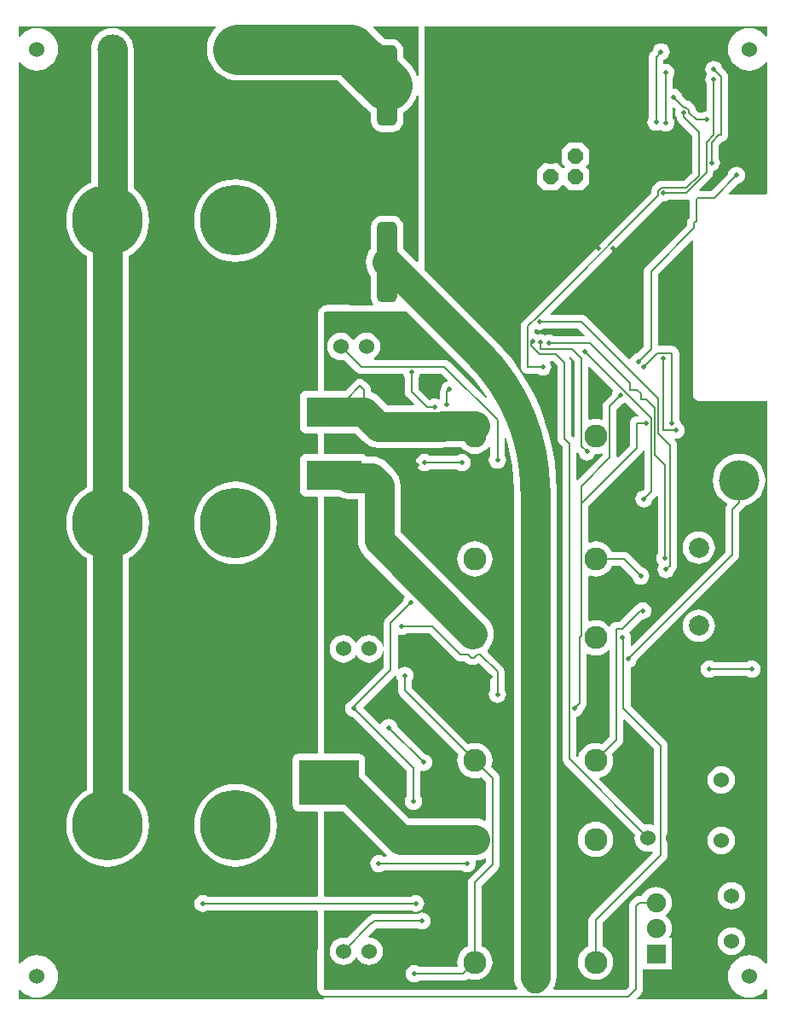
<source format=gbl>
G04 Layer_Physical_Order=2*
G04 Layer_Color=11436288*
%FSLAX24Y24*%
%MOIN*%
G70*
G01*
G75*
%ADD30C,0.1181*%
%ADD31C,0.0067*%
%ADD33R,0.2165X0.1181*%
%ADD35R,0.2362X0.1772*%
%ADD37C,0.0600*%
%ADD38C,0.2756*%
%ADD39C,0.0787*%
%ADD40C,0.1000*%
%ADD41C,0.0750*%
%ADD42R,0.0750X0.0750*%
G04:AMPARAMS|DCode=43|XSize=315mil|YSize=78.7mil|CornerRadius=19.7mil|HoleSize=0mil|Usage=FLASHONLY|Rotation=270.000|XOffset=0mil|YOffset=0mil|HoleType=Round|Shape=RoundedRectangle|*
%AMROUNDEDRECTD43*
21,1,0.3150,0.0394,0,0,270.0*
21,1,0.2756,0.0787,0,0,270.0*
1,1,0.0394,-0.0197,-0.1378*
1,1,0.0394,-0.0197,0.1378*
1,1,0.0394,0.0197,0.1378*
1,1,0.0394,0.0197,-0.1378*
%
%ADD43ROUNDEDRECTD43*%
%ADD44C,0.0900*%
%ADD45C,0.1575*%
%ADD46O,0.1181X0.1969*%
%ADD47P,0.0639X8X202.5*%
%ADD48C,0.1181*%
%ADD49C,0.0236*%
%ADD50C,0.0500*%
%ADD51C,0.0197*%
%ADD52C,0.1969*%
%ADD53R,0.1300X0.1300*%
G36*
X34356Y32948D02*
X34337Y32902D01*
X34280D01*
X34210Y32893D01*
X34144Y32866D01*
X34088Y32822D01*
X34044Y32766D01*
X34017Y32700D01*
X34008Y32630D01*
Y31773D01*
X33552Y31317D01*
X33502Y31337D01*
Y33177D01*
X33714Y33390D01*
X33747Y33394D01*
X33829Y33428D01*
X33856Y33448D01*
X34356Y32948D01*
D02*
G37*
G36*
X32010Y31466D02*
X32014Y31433D01*
X32048Y31351D01*
X32101Y31281D01*
X32171Y31228D01*
X32253Y31194D01*
X32340Y31182D01*
X32427Y31194D01*
X32509Y31228D01*
X32579Y31281D01*
X32632Y31351D01*
X32666Y31433D01*
X32667Y31437D01*
X32675Y31436D01*
X32809Y31449D01*
X32908Y31479D01*
X32951Y31450D01*
X32954Y31398D01*
X31972Y30417D01*
X31922Y30437D01*
Y31483D01*
X31972Y31503D01*
X32010Y31466D01*
D02*
G37*
G36*
X33388Y33916D02*
X33368Y33889D01*
X33334Y33807D01*
X33330Y33774D01*
X33038Y33482D01*
X32994Y33426D01*
X32967Y33360D01*
X32958Y33290D01*
Y32807D01*
X32908Y32772D01*
X32809Y32802D01*
X32675Y32815D01*
X32540Y32802D01*
X32442Y32772D01*
X32392Y32807D01*
Y34847D01*
X32438Y34866D01*
X33388Y33916D01*
D02*
G37*
G36*
X31848Y35067D02*
Y32097D01*
X31798Y32077D01*
X31722Y32153D01*
Y35000D01*
X31713Y35070D01*
X31686Y35136D01*
X31656Y35174D01*
X31671Y35223D01*
X31676Y35229D01*
X31685Y35231D01*
X31848Y35067D01*
D02*
G37*
G36*
X34958Y19917D02*
Y16971D01*
X34916Y16943D01*
X34876Y16959D01*
X34736Y16978D01*
X34598Y16960D01*
X32825Y18733D01*
X32839Y18789D01*
X32939Y18820D01*
X33058Y18883D01*
X33163Y18969D01*
X33248Y19074D01*
X33312Y19193D01*
X33351Y19322D01*
X33365Y19457D01*
X33351Y19591D01*
X33315Y19712D01*
X33686Y20084D01*
X33730Y20140D01*
X33757Y20206D01*
X33766Y20276D01*
Y21044D01*
X33812Y21063D01*
X34958Y19917D01*
D02*
G37*
G36*
X23594Y31924D02*
X23720Y31821D01*
X23863Y31744D01*
X24019Y31697D01*
X24181Y31681D01*
X26691D01*
X26768Y31689D01*
X27426D01*
X27467Y31638D01*
X27572Y31552D01*
X27691Y31489D01*
X27820Y31449D01*
X27955Y31436D01*
X28089Y31449D01*
X28219Y31489D01*
X28338Y31552D01*
X28443Y31638D01*
X28517Y31728D01*
X28567Y31710D01*
Y31396D01*
X28546Y31370D01*
X28513Y31288D01*
X28501Y31201D01*
X28513Y31113D01*
X28546Y31032D01*
X28600Y30962D01*
X28670Y30908D01*
X28751Y30875D01*
X28839Y30863D01*
X28926Y30875D01*
X29007Y30908D01*
X29077Y30962D01*
X29131Y31032D01*
X29165Y31113D01*
X29176Y31201D01*
X29165Y31288D01*
X29131Y31370D01*
X29111Y31396D01*
Y32059D01*
X29160Y32067D01*
X29214Y31904D01*
X29333Y31437D01*
X29419Y30963D01*
X29470Y30485D01*
X29487Y30028D01*
X29484Y30003D01*
Y26536D01*
Y18662D01*
Y10985D01*
X29500Y10822D01*
X29547Y10667D01*
X29605Y10559D01*
X29575Y10509D01*
X22081D01*
X22045Y10545D01*
X22045Y13606D01*
X25447D01*
X25473Y13586D01*
X25555Y13552D01*
X25642Y13540D01*
X25729Y13552D01*
X25811Y13586D01*
X25881Y13639D01*
X25934Y13709D01*
X25968Y13791D01*
X25980Y13878D01*
X25968Y13965D01*
X25934Y14047D01*
X25881Y14117D01*
X25811Y14170D01*
X25729Y14204D01*
X25642Y14215D01*
X25555Y14204D01*
X25473Y14170D01*
X25447Y14150D01*
X22081D01*
X22045Y14185D01*
X22046Y17476D01*
X22786D01*
X24472Y15790D01*
X24510Y15759D01*
X24493Y15712D01*
X24395D01*
X24369Y15732D01*
X24287Y15766D01*
X24200Y15778D01*
X24113Y15766D01*
X24031Y15732D01*
X23961Y15679D01*
X23908Y15609D01*
X23874Y15527D01*
X23862Y15440D01*
X23874Y15353D01*
X23908Y15271D01*
X23961Y15201D01*
X24031Y15148D01*
X24113Y15114D01*
X24200Y15102D01*
X24287Y15114D01*
X24369Y15148D01*
X24395Y15168D01*
X27465D01*
X27491Y15148D01*
X27573Y15114D01*
X27660Y15102D01*
X27747Y15114D01*
X27829Y15148D01*
X27899Y15201D01*
X27952Y15271D01*
X27986Y15353D01*
X27998Y15440D01*
X27990Y15500D01*
X28024Y15554D01*
X28117Y15563D01*
X28273Y15610D01*
X28335Y15643D01*
X28378Y15618D01*
Y15503D01*
X27758Y14882D01*
X27714Y14826D01*
X27687Y14760D01*
X27678Y14690D01*
Y12540D01*
X27683Y12502D01*
Y12215D01*
X27572Y12156D01*
X27467Y12070D01*
X27382Y11966D01*
X27318Y11847D01*
X27279Y11717D01*
X27265Y11583D01*
X27278Y11454D01*
X27273Y11435D01*
X27250Y11404D01*
X25776D01*
X25749Y11424D01*
X25668Y11458D01*
X25581Y11469D01*
X25493Y11458D01*
X25412Y11424D01*
X25342Y11371D01*
X25288Y11301D01*
X25255Y11219D01*
X25243Y11132D01*
X25255Y11045D01*
X25288Y10963D01*
X25342Y10893D01*
X25412Y10840D01*
X25493Y10806D01*
X25581Y10794D01*
X25668Y10806D01*
X25749Y10840D01*
X25776Y10860D01*
X27504D01*
X27575Y10869D01*
X27640Y10896D01*
X27697Y10940D01*
X27700Y10943D01*
X27820Y10906D01*
X27955Y10893D01*
X28089Y10906D01*
X28219Y10946D01*
X28338Y11009D01*
X28443Y11095D01*
X28528Y11200D01*
X28592Y11319D01*
X28631Y11448D01*
X28644Y11583D01*
X28631Y11717D01*
X28592Y11847D01*
X28528Y11966D01*
X28443Y12070D01*
X28338Y12156D01*
X28227Y12215D01*
Y12535D01*
X28222Y12573D01*
Y14577D01*
X28842Y15198D01*
X28842Y15198D01*
X28886Y15254D01*
X28913Y15320D01*
X28922Y15390D01*
Y18762D01*
X28913Y18832D01*
X28886Y18898D01*
X28842Y18954D01*
X28595Y19202D01*
X28631Y19322D01*
X28644Y19457D01*
X28631Y19591D01*
X28592Y19721D01*
X28528Y19840D01*
X28443Y19944D01*
X28338Y20030D01*
X28219Y20094D01*
X28089Y20133D01*
X27955Y20146D01*
X27820Y20133D01*
X27700Y20096D01*
X25492Y22304D01*
Y22585D01*
X25512Y22611D01*
X25546Y22693D01*
X25558Y22780D01*
X25546Y22867D01*
X25512Y22949D01*
X25459Y23019D01*
X25389Y23072D01*
X25307Y23106D01*
X25220Y23118D01*
X25133Y23106D01*
X25051Y23072D01*
X24992Y23027D01*
X24956Y23038D01*
X24942Y23049D01*
Y24362D01*
X24984Y24390D01*
X25011Y24379D01*
X25098Y24367D01*
X25186Y24379D01*
X25267Y24412D01*
X25294Y24433D01*
X26167D01*
X27181Y23419D01*
X27215Y23393D01*
X27237Y23376D01*
X27237D01*
X27237Y23376D01*
X27287Y23355D01*
X27302Y23349D01*
X27302D01*
X27302Y23349D01*
X27352Y23342D01*
X27373Y23339D01*
X27563D01*
X27630Y23272D01*
X27686Y23229D01*
X27752Y23202D01*
X27822Y23192D01*
X27905D01*
X27976Y23202D01*
X28041Y23229D01*
X28098Y23272D01*
X28106Y23281D01*
X28567Y22820D01*
Y22242D01*
X28546Y22216D01*
X28513Y22135D01*
X28501Y22047D01*
X28513Y21960D01*
X28546Y21878D01*
X28600Y21809D01*
X28670Y21755D01*
X28751Y21721D01*
X28839Y21710D01*
X28926Y21721D01*
X29007Y21755D01*
X29077Y21809D01*
X29131Y21878D01*
X29165Y21960D01*
X29176Y22047D01*
X29165Y22135D01*
X29131Y22216D01*
X29111Y22242D01*
Y22933D01*
X29101Y23003D01*
X29074Y23069D01*
X29031Y23125D01*
X28440Y23716D01*
X28443Y23764D01*
X28528Y23869D01*
X28592Y23988D01*
X28607Y24036D01*
X28631Y24082D01*
X28679Y24238D01*
X28695Y24400D01*
X28679Y24562D01*
X28631Y24718D01*
X28555Y24862D01*
X28451Y24987D01*
X25043Y28395D01*
Y30217D01*
X25027Y30379D01*
X24980Y30534D01*
X24903Y30678D01*
X24800Y30804D01*
X24505Y31099D01*
X24379Y31203D01*
X24235Y31279D01*
X24079Y31327D01*
X23917Y31343D01*
X23713D01*
X23694Y31371D01*
X23616Y31423D01*
X23524Y31442D01*
X22082D01*
X22047Y31477D01*
X22047Y32239D01*
X23279D01*
X23594Y31924D01*
D02*
G37*
G36*
X22714Y29744D02*
X22869Y29697D01*
X23031Y29681D01*
X23382D01*
Y28051D01*
X23385Y28019D01*
X23398Y27889D01*
X23445Y27733D01*
X23445Y27733D01*
X23522Y27590D01*
X23625Y27464D01*
X23625Y27464D01*
X25224Y25865D01*
X25178Y25806D01*
X25144Y25724D01*
X25140Y25691D01*
X24478Y25029D01*
X24434Y24973D01*
X24407Y24907D01*
X24398Y24837D01*
Y23911D01*
X24348Y23908D01*
X24341Y23959D01*
X24287Y24089D01*
X24201Y24201D01*
X24089Y24287D01*
X23959Y24341D01*
X23819Y24360D01*
X23679Y24341D01*
X23548Y24287D01*
X23436Y24201D01*
X23351Y24089D01*
X23344Y24073D01*
X23294D01*
X23287Y24089D01*
X23201Y24201D01*
X23089Y24287D01*
X22959Y24341D01*
X22819Y24360D01*
X22679Y24341D01*
X22548Y24287D01*
X22436Y24201D01*
X22351Y24089D01*
X22296Y23959D01*
X22278Y23819D01*
X22296Y23679D01*
X22351Y23548D01*
X22436Y23436D01*
X22548Y23351D01*
X22679Y23296D01*
X22819Y23278D01*
X22959Y23296D01*
X23089Y23351D01*
X23201Y23436D01*
X23287Y23548D01*
X23294Y23564D01*
X23344D01*
X23351Y23548D01*
X23436Y23436D01*
X23548Y23351D01*
X23679Y23296D01*
X23819Y23278D01*
X23959Y23296D01*
X24089Y23351D01*
X24201Y23436D01*
X24287Y23548D01*
X24341Y23679D01*
X24348Y23730D01*
X24398Y23726D01*
Y23113D01*
X23072Y21787D01*
X23061Y21782D01*
X22991Y21729D01*
X22938Y21659D01*
X22904Y21577D01*
X22892Y21490D01*
X22904Y21403D01*
X22938Y21321D01*
X22991Y21251D01*
X23061Y21198D01*
X23143Y21164D01*
X23176Y21160D01*
X25280Y19055D01*
Y18063D01*
X25260Y18037D01*
X25226Y17955D01*
X25214Y17868D01*
X25226Y17781D01*
X25260Y17699D01*
X25313Y17629D01*
X25383Y17576D01*
X25465Y17542D01*
X25552Y17531D01*
X25639Y17542D01*
X25721Y17576D01*
X25791Y17629D01*
X25844Y17699D01*
X25878Y17781D01*
X25889Y17868D01*
X25878Y17955D01*
X25844Y18037D01*
X25824Y18063D01*
Y19029D01*
X25874Y19059D01*
X25950Y19049D01*
X26037Y19060D01*
X26119Y19094D01*
X26189Y19148D01*
X26242Y19218D01*
X26276Y19299D01*
X26288Y19386D01*
X26276Y19474D01*
X26242Y19555D01*
X26189Y19625D01*
X26119Y19679D01*
X26037Y19713D01*
X26004Y19717D01*
X24917Y20804D01*
X24913Y20837D01*
X24879Y20919D01*
X24825Y20989D01*
X24755Y21042D01*
X24674Y21076D01*
X24586Y21088D01*
X24499Y21076D01*
X24418Y21042D01*
X24348Y20989D01*
X24294Y20919D01*
X24280Y20884D01*
X24231Y20874D01*
X23580Y21525D01*
X24835Y22780D01*
X24885Y22760D01*
X24894Y22693D01*
X24928Y22611D01*
X24948Y22585D01*
Y22192D01*
X24957Y22121D01*
X24984Y22056D01*
X25028Y21999D01*
X27315Y19712D01*
X27279Y19591D01*
X27265Y19457D01*
X27279Y19322D01*
X27318Y19193D01*
X27382Y19074D01*
X27467Y18969D01*
X27572Y18883D01*
X27691Y18820D01*
X27820Y18780D01*
X27955Y18767D01*
X28089Y18780D01*
X28210Y18817D01*
X28378Y18649D01*
Y17138D01*
X28335Y17112D01*
X28273Y17145D01*
X28117Y17192D01*
X27955Y17208D01*
X25403D01*
X23666Y18946D01*
Y19488D01*
X23648Y19580D01*
X23595Y19658D01*
X23517Y19711D01*
X23425Y19729D01*
X22081D01*
X22046Y19764D01*
X22047Y29779D01*
X22649D01*
X22714Y29744D01*
D02*
G37*
G36*
X33222Y23763D02*
Y20389D01*
X32930Y20096D01*
X32809Y20133D01*
X32675Y20146D01*
X32540Y20133D01*
X32411Y20094D01*
X32292Y20030D01*
X32187Y19944D01*
X32102Y19840D01*
X32038Y19721D01*
X32008Y19621D01*
X31961Y19609D01*
X31922Y19643D01*
Y21162D01*
X31937Y21164D01*
X32019Y21198D01*
X32089Y21251D01*
X32142Y21321D01*
X32176Y21403D01*
X32180Y21436D01*
X32252Y21508D01*
X32296Y21564D01*
X32323Y21630D01*
X32332Y21700D01*
Y23608D01*
X32375Y23634D01*
X32411Y23615D01*
X32540Y23575D01*
X32675Y23562D01*
X32809Y23575D01*
X32939Y23615D01*
X33058Y23678D01*
X33163Y23764D01*
X33175Y23779D01*
X33222Y23763D01*
D02*
G37*
G36*
X26899Y34330D02*
X26883Y34283D01*
X26881Y34283D01*
X26800Y34249D01*
X26730Y34195D01*
X26676Y34125D01*
X26642Y34044D01*
X26636Y33996D01*
X26635Y33994D01*
X26635Y33994D01*
X26635Y33994D01*
X26621Y33961D01*
X26607Y33929D01*
X26607Y33929D01*
X26607Y33929D01*
X26602Y33891D01*
X26598Y33858D01*
Y33584D01*
X26549Y33558D01*
X26547Y33560D01*
X26465Y33594D01*
X26378Y33605D01*
X26291Y33594D01*
X26209Y33560D01*
X26190Y33545D01*
X25764Y33971D01*
Y34450D01*
X25784Y34477D01*
X25818Y34558D01*
X25820Y34572D01*
X26657D01*
X26899Y34330D01*
D02*
G37*
G36*
X17824Y48097D02*
X17710Y47964D01*
X17610Y47800D01*
X17536Y47622D01*
X17492Y47436D01*
X17477Y47244D01*
X17492Y47053D01*
X17536Y46866D01*
X17610Y46688D01*
X17710Y46525D01*
X17835Y46378D01*
X17981Y46254D01*
X18145Y46153D01*
X18322Y46080D01*
X18509Y46035D01*
X18701Y46020D01*
X22594D01*
X23662Y44952D01*
X23808Y44828D01*
X23894Y44775D01*
Y44440D01*
X23909Y44327D01*
X23952Y44222D01*
X24022Y44131D01*
X24112Y44062D01*
X24218Y44018D01*
X24331Y44003D01*
X24724D01*
X24837Y44018D01*
X24943Y44062D01*
X25033Y44131D01*
X25103Y44222D01*
X25146Y44327D01*
X25161Y44440D01*
Y44775D01*
X25247Y44828D01*
X25393Y44952D01*
X25518Y45099D01*
X25618Y45262D01*
X25692Y45440D01*
X25693Y45446D01*
X25743Y45440D01*
Y38953D01*
X25697Y38934D01*
X25161Y39470D01*
Y40306D01*
X25146Y40419D01*
X25103Y40525D01*
X25033Y40615D01*
X24943Y40685D01*
X24837Y40728D01*
X24724Y40743D01*
X24331D01*
X24218Y40728D01*
X24112Y40685D01*
X24022Y40615D01*
X23952Y40525D01*
X23909Y40419D01*
X23894Y40306D01*
Y39459D01*
X23837Y39390D01*
X23760Y39246D01*
X23713Y39090D01*
X23697Y38928D01*
X23713Y38766D01*
X23760Y38610D01*
X23837Y38467D01*
X23894Y38397D01*
Y37550D01*
X23909Y37437D01*
X23952Y37332D01*
X23981Y37295D01*
X23959Y37250D01*
X22146Y37251D01*
X22122Y37246D01*
X22099D01*
X22060Y37239D01*
X21973Y37203D01*
X21973Y37203D01*
X21941Y37181D01*
X21874Y37114D01*
X21874Y37114D01*
X21857Y37089D01*
X21841Y37049D01*
X21823Y37009D01*
X21812Y36964D01*
X21812Y36936D01*
X21806Y36909D01*
X21806Y33938D01*
X21774Y33902D01*
X21358D01*
X21266Y33884D01*
X21188Y33832D01*
X21136Y33754D01*
X21117Y33661D01*
Y32480D01*
X21136Y32388D01*
X21188Y32310D01*
X21266Y32258D01*
X21358Y32239D01*
X21771D01*
X21806Y32204D01*
X21806Y31477D01*
X21774Y31442D01*
X21358D01*
X21266Y31423D01*
X21188Y31371D01*
X21136Y31293D01*
X21117Y31201D01*
Y30020D01*
X21136Y29928D01*
X21188Y29849D01*
X21266Y29797D01*
X21358Y29779D01*
X21770D01*
X21806Y29743D01*
X21805Y19764D01*
X21773Y19729D01*
X21063D01*
X20971Y19711D01*
X20893Y19658D01*
X20840Y19580D01*
X20822Y19488D01*
Y17717D01*
X20840Y17624D01*
X20893Y17546D01*
X20971Y17494D01*
X21063Y17476D01*
X21769D01*
X21805Y17440D01*
X21805Y14185D01*
X21773Y14150D01*
X17518D01*
X17492Y14170D01*
X17410Y14204D01*
X17323Y14215D01*
X17235Y14204D01*
X17154Y14170D01*
X17084Y14117D01*
X17031Y14047D01*
X16997Y13965D01*
X16985Y13878D01*
X16997Y13791D01*
X17031Y13709D01*
X17084Y13639D01*
X17154Y13586D01*
X17235Y13552D01*
X17323Y13540D01*
X17410Y13552D01*
X17492Y13586D01*
X17518Y13606D01*
X21769D01*
X21805Y13571D01*
X21804Y10545D01*
X21804Y10545D01*
X21804Y10545D01*
X21813Y10501D01*
X21823Y10452D01*
X21823Y10452D01*
X21823Y10452D01*
X21847Y10416D01*
X21875Y10374D01*
X21875Y10374D01*
X21875Y10374D01*
X21910Y10339D01*
X21910Y10339D01*
X21910Y10339D01*
X21946Y10315D01*
X21988Y10287D01*
X21988Y10287D01*
X21988Y10287D01*
X22022Y10280D01*
X22047Y10275D01*
Y10120D01*
X10120D01*
Y10502D01*
X10170Y10520D01*
X10239Y10436D01*
X10365Y10333D01*
X10509Y10256D01*
X10665Y10209D01*
X10827Y10193D01*
X10989Y10209D01*
X11145Y10256D01*
X11288Y10333D01*
X11414Y10436D01*
X11518Y10562D01*
X11594Y10706D01*
X11642Y10862D01*
X11658Y11024D01*
X11642Y11186D01*
X11594Y11342D01*
X11518Y11485D01*
X11414Y11611D01*
X11288Y11714D01*
X11145Y11791D01*
X10989Y11838D01*
X10827Y11854D01*
X10665Y11838D01*
X10509Y11791D01*
X10365Y11714D01*
X10239Y11611D01*
X10170Y11527D01*
X10120Y11545D01*
Y46723D01*
X10170Y46741D01*
X10239Y46657D01*
X10365Y46553D01*
X10509Y46477D01*
X10665Y46429D01*
X10827Y46413D01*
X10989Y46429D01*
X11145Y46477D01*
X11288Y46553D01*
X11414Y46657D01*
X11518Y46783D01*
X11594Y46926D01*
X11642Y47082D01*
X11658Y47244D01*
X11642Y47406D01*
X11594Y47562D01*
X11518Y47706D01*
X11414Y47832D01*
X11288Y47935D01*
X11145Y48012D01*
X10989Y48059D01*
X10827Y48075D01*
X10665Y48059D01*
X10509Y48012D01*
X10365Y47935D01*
X10239Y47832D01*
X10170Y47748D01*
X10120Y47766D01*
Y48147D01*
X17807D01*
X17824Y48097D01*
D02*
G37*
G36*
X36340Y41337D02*
Y40662D01*
X36323Y40645D01*
X36280Y40589D01*
X36253Y40523D01*
X36244Y40453D01*
Y40369D01*
X34650Y38775D01*
X34607Y38719D01*
X34580Y38653D01*
X34571Y38583D01*
Y35644D01*
X34296Y35370D01*
X34263Y35365D01*
X34182Y35332D01*
X34112Y35278D01*
X34058Y35208D01*
X34033Y35148D01*
X33978Y35133D01*
X32309Y36802D01*
X32252Y36846D01*
X32187Y36873D01*
X32116Y36882D01*
X30934D01*
X30915Y36928D01*
X35289Y41302D01*
X35335Y41296D01*
X35422Y41308D01*
X35503Y41342D01*
X35530Y41362D01*
X36220D01*
X36290Y41371D01*
X36291Y41371D01*
X36340Y41337D01*
D02*
G37*
G36*
X25743Y46197D02*
X25693Y46191D01*
X25692Y46196D01*
X25618Y46374D01*
X25518Y46538D01*
X25393Y46684D01*
X25161Y46916D01*
Y47196D01*
X25146Y47309D01*
X25103Y47414D01*
X25033Y47505D01*
X24943Y47574D01*
X24837Y47618D01*
X24724Y47633D01*
X24444D01*
X23980Y48097D01*
X23998Y48147D01*
X25743D01*
Y46197D01*
D02*
G37*
G36*
X25273Y37008D02*
X27509Y34772D01*
X27528Y34757D01*
X27839Y34422D01*
X28142Y34047D01*
X28412Y33658D01*
X28373Y33626D01*
X26962Y35037D01*
X26945Y35050D01*
X26906Y35080D01*
X26906Y35080D01*
X26840Y35107D01*
X26780Y35115D01*
X26770Y35116D01*
X25410D01*
X25395Y35115D01*
X24032D01*
X24024Y35125D01*
X24033Y35194D01*
X24103Y35247D01*
X24189Y35359D01*
X24243Y35490D01*
X24261Y35630D01*
X24243Y35770D01*
X24189Y35900D01*
X24103Y36012D01*
X23991Y36098D01*
X23860Y36152D01*
X23720Y36171D01*
X23581Y36152D01*
X23450Y36098D01*
X23338Y36012D01*
X23252Y35900D01*
X23245Y35884D01*
X23195D01*
X23189Y35900D01*
X23103Y36012D01*
X22991Y36098D01*
X22860Y36152D01*
X22720Y36171D01*
X22580Y36152D01*
X22450Y36098D01*
X22338Y36012D01*
X22252Y35900D01*
X22198Y35770D01*
X22180Y35630D01*
X22198Y35490D01*
X22252Y35359D01*
X22338Y35247D01*
X22450Y35162D01*
X22580Y35108D01*
X22720Y35089D01*
X22858Y35107D01*
X23316Y34650D01*
X23372Y34607D01*
X23437Y34580D01*
X23508Y34571D01*
X25164D01*
X25166Y34558D01*
X25200Y34477D01*
X25220Y34450D01*
Y33858D01*
Y33858D01*
Y33858D01*
X25225Y33822D01*
X25229Y33788D01*
X25229Y33788D01*
Y33788D01*
X25236Y33772D01*
X25257Y33722D01*
X25257Y33722D01*
Y33722D01*
X25270Y33705D01*
X25300Y33666D01*
X25300Y33666D01*
X25300Y33666D01*
X25577Y33389D01*
X25558Y33343D01*
X24525D01*
X24209Y33658D01*
X24084Y33762D01*
X23940Y33838D01*
X23894Y33852D01*
Y33928D01*
X23885Y33998D01*
X23858Y34064D01*
X23814Y34120D01*
X23652Y34282D01*
X23596Y34326D01*
X23530Y34353D01*
X23460Y34362D01*
X23390Y34353D01*
X23324Y34326D01*
X23268Y34282D01*
X22888Y33902D01*
X22082D01*
X22047Y33938D01*
X22047Y36909D01*
X22047Y36909D01*
X22047D01*
X22058Y36955D01*
X22075Y36981D01*
X22107Y37002D01*
X22146Y37010D01*
X25273Y37008D01*
D02*
G37*
G36*
X32264Y36078D02*
X32244Y36032D01*
X31035D01*
X31009Y36052D01*
X30927Y36086D01*
X30840Y36098D01*
X30753Y36086D01*
X30714Y36070D01*
X30699Y36082D01*
X30617Y36116D01*
X30530Y36128D01*
X30443Y36116D01*
X30405Y36100D01*
X30389Y36112D01*
X30307Y36146D01*
X30290Y36148D01*
Y36279D01*
X30297Y36288D01*
X30338Y36311D01*
X30403Y36284D01*
X30490Y36272D01*
X30577Y36284D01*
X30659Y36318D01*
X30685Y36338D01*
X32004D01*
X32264Y36078D01*
D02*
G37*
G36*
X39387Y47766D02*
X39337Y47748D01*
X39269Y47832D01*
X39143Y47935D01*
X38999Y48012D01*
X38843Y48059D01*
X38681Y48075D01*
X38519Y48059D01*
X38363Y48012D01*
X38220Y47935D01*
X38094Y47832D01*
X37990Y47706D01*
X37914Y47562D01*
X37866Y47406D01*
X37850Y47244D01*
X37866Y47082D01*
X37914Y46926D01*
X37990Y46783D01*
X38094Y46657D01*
X38220Y46553D01*
X38363Y46477D01*
X38519Y46429D01*
X38681Y46413D01*
X38843Y46429D01*
X38999Y46477D01*
X39143Y46553D01*
X39269Y46657D01*
X39337Y46741D01*
X39387Y46723D01*
Y41601D01*
X39337Y41566D01*
X39272Y41579D01*
X37896D01*
X37876Y41626D01*
X38243Y41992D01*
X38276Y41997D01*
X38358Y42031D01*
X38428Y42084D01*
X38481Y42154D01*
X38515Y42235D01*
X38527Y42323D01*
X38515Y42410D01*
X38481Y42492D01*
X38428Y42562D01*
X38358Y42615D01*
X38276Y42649D01*
X38189Y42660D01*
X38102Y42649D01*
X38020Y42615D01*
X37950Y42562D01*
X37897Y42492D01*
X37863Y42410D01*
X37859Y42377D01*
X37192Y41711D01*
X36748D01*
X36728Y41757D01*
X37198Y42227D01*
X37241Y42283D01*
X37269Y42349D01*
X37278Y42419D01*
X37278Y42419D01*
Y42487D01*
X37292Y42489D01*
X37373Y42523D01*
X37443Y42576D01*
X37497Y42646D01*
X37531Y42728D01*
X37542Y42815D01*
X37531Y42902D01*
X37497Y42984D01*
X37477Y43010D01*
Y43490D01*
X37615Y43628D01*
X37669Y43635D01*
X37734Y43662D01*
X37791Y43705D01*
X37834Y43762D01*
X37861Y43827D01*
X37870Y43898D01*
Y46161D01*
X37865Y46203D01*
X37861Y46232D01*
X37861Y46232D01*
X37861Y46232D01*
X37846Y46270D01*
X37834Y46297D01*
X37834Y46297D01*
X37834Y46297D01*
X37801Y46340D01*
X37791Y46354D01*
X37791Y46354D01*
X37791Y46354D01*
X37791Y46354D01*
X37634Y46511D01*
X37629Y46544D01*
X37595Y46625D01*
X37542Y46695D01*
X37472Y46749D01*
X37391Y46783D01*
X37303Y46794D01*
X37216Y46783D01*
X37134Y46749D01*
X37064Y46695D01*
X37011Y46625D01*
X36977Y46544D01*
X36966Y46457D01*
X36977Y46369D01*
X37011Y46288D01*
X37032Y46260D01*
X37011Y46232D01*
X36977Y46150D01*
X36966Y46063D01*
X36977Y45976D01*
X37011Y45894D01*
X37031Y45868D01*
Y44846D01*
X37008Y44826D01*
X36921Y44814D01*
X36839Y44780D01*
X36813Y44760D01*
X36727D01*
X36588Y44899D01*
X36584Y44936D01*
X36556Y45002D01*
X36513Y45058D01*
X36397Y45175D01*
X36340Y45218D01*
X36275Y45245D01*
X36237Y45250D01*
X36059Y45428D01*
X36054Y45461D01*
X36021Y45543D01*
X35967Y45613D01*
X35897Y45666D01*
X35816Y45700D01*
X35728Y45712D01*
X35727Y45711D01*
X35689Y45744D01*
Y46147D01*
X35710Y46174D01*
X35743Y46255D01*
X35755Y46342D01*
X35743Y46430D01*
X35710Y46511D01*
X35656Y46581D01*
X35586Y46635D01*
X35505Y46668D01*
X35417Y46680D01*
X35361Y46673D01*
X35311Y46711D01*
Y46818D01*
X35324Y46820D01*
X35405Y46853D01*
X35475Y46907D01*
X35529Y46977D01*
X35562Y47058D01*
X35574Y47146D01*
X35562Y47233D01*
X35529Y47314D01*
X35475Y47384D01*
X35405Y47438D01*
X35324Y47472D01*
X35236Y47483D01*
X35149Y47472D01*
X35067Y47438D01*
X34998Y47384D01*
X34944Y47314D01*
X34910Y47233D01*
X34906Y47200D01*
X34847Y47141D01*
X34804Y47085D01*
X34777Y47019D01*
X34767Y46949D01*
Y44585D01*
X34747Y44559D01*
X34713Y44477D01*
X34702Y44390D01*
X34713Y44302D01*
X34747Y44221D01*
X34801Y44151D01*
X34871Y44097D01*
X34952Y44064D01*
X35039Y44052D01*
X35127Y44064D01*
X35208Y44097D01*
X35218Y44105D01*
X35248Y44082D01*
X35330Y44048D01*
X35417Y44036D01*
X35505Y44048D01*
X35586Y44082D01*
X35656Y44135D01*
X35710Y44205D01*
X35743Y44287D01*
X35755Y44374D01*
X35743Y44461D01*
X35710Y44543D01*
X35689Y44569D01*
Y44963D01*
X35735Y44982D01*
X35811Y44907D01*
X35796Y44871D01*
X35784Y44783D01*
X35796Y44696D01*
X35830Y44615D01*
X35850Y44588D01*
Y44587D01*
X35859Y44516D01*
X35886Y44451D01*
X35930Y44394D01*
X36441Y43883D01*
Y42428D01*
X36117Y42105D01*
X35252D01*
X35182Y42095D01*
X35116Y42068D01*
X35060Y42025D01*
X34943Y41909D01*
X34900Y41852D01*
X34873Y41787D01*
X34864Y41716D01*
Y41646D01*
X30230Y37013D01*
X30215Y37001D01*
X29825Y36611D01*
X29782Y36555D01*
X29755Y36489D01*
X29746Y36419D01*
Y34844D01*
X29755Y34774D01*
X29782Y34708D01*
X29825Y34652D01*
X29827Y34650D01*
X29884Y34607D01*
X29911Y34596D01*
X29949Y34580D01*
X30020Y34571D01*
X30415D01*
X30441Y34550D01*
X30523Y34516D01*
X30610Y34505D01*
X30698Y34516D01*
X30779Y34550D01*
X30849Y34604D01*
X30903Y34674D01*
X30936Y34755D01*
X30948Y34843D01*
X30936Y34930D01*
X30903Y35011D01*
X30901Y35013D01*
X30923Y35058D01*
X31007D01*
X31178Y34887D01*
Y32040D01*
X31187Y31970D01*
X31214Y31904D01*
X31258Y31848D01*
X31378Y31727D01*
Y19523D01*
X31387Y19453D01*
X31414Y19387D01*
X31458Y19331D01*
X34214Y16575D01*
X34195Y16437D01*
X34214Y16297D01*
X34268Y16167D01*
X34354Y16055D01*
X34466Y15969D01*
X34596Y15915D01*
X34736Y15896D01*
X34873Y15914D01*
X34877Y15914D01*
X34927Y15881D01*
X34928Y15863D01*
X32483Y13417D01*
X32439Y13361D01*
X32412Y13295D01*
X32403Y13225D01*
Y12215D01*
X32292Y12156D01*
X32187Y12070D01*
X32102Y11966D01*
X32038Y11847D01*
X31999Y11717D01*
X31985Y11583D01*
X31999Y11448D01*
X32038Y11319D01*
X32102Y11200D01*
X32187Y11095D01*
X32292Y11009D01*
X32411Y10946D01*
X32540Y10906D01*
X32675Y10893D01*
X32809Y10906D01*
X32939Y10946D01*
X33058Y11009D01*
X33163Y11095D01*
X33248Y11200D01*
X33312Y11319D01*
X33351Y11448D01*
X33365Y11583D01*
X33351Y11717D01*
X33312Y11847D01*
X33248Y11966D01*
X33163Y12070D01*
X33058Y12156D01*
X32947Y12215D01*
Y13112D01*
X35422Y15588D01*
X35466Y15644D01*
X35493Y15710D01*
X35502Y15780D01*
Y20030D01*
X35493Y20100D01*
X35466Y20166D01*
X35422Y20222D01*
X34042Y21603D01*
Y23112D01*
X34057Y23114D01*
X34139Y23148D01*
X34209Y23201D01*
X34262Y23271D01*
X34296Y23353D01*
X34300Y23386D01*
X38222Y27308D01*
X38266Y27364D01*
X38293Y27430D01*
X38302Y27500D01*
Y29167D01*
X38480Y29345D01*
X38523Y29401D01*
X38529Y29417D01*
X38681Y29463D01*
X38859Y29558D01*
X39015Y29686D01*
X39143Y29842D01*
X39238Y30020D01*
X39296Y30213D01*
X39316Y30413D01*
X39296Y30614D01*
X39238Y30807D01*
X39143Y30985D01*
X39015Y31141D01*
X38859Y31269D01*
X38681Y31364D01*
X38488Y31422D01*
X38287Y31442D01*
X38087Y31422D01*
X37894Y31364D01*
X37716Y31269D01*
X37560Y31141D01*
X37432Y30985D01*
X37337Y30807D01*
X37279Y30614D01*
X37259Y30413D01*
X37279Y30213D01*
X37337Y30020D01*
X37432Y29842D01*
X37560Y29686D01*
X37716Y29558D01*
X37808Y29509D01*
X37818Y29447D01*
X37794Y29416D01*
X37767Y29350D01*
X37758Y29280D01*
Y27613D01*
X34088Y23943D01*
X34042Y23962D01*
Y24163D01*
X34046Y24173D01*
X34058Y24260D01*
X34046Y24347D01*
X34012Y24429D01*
X33974Y24479D01*
X34473Y24979D01*
X34520Y24972D01*
X34607Y24984D01*
X34689Y25018D01*
X34759Y25071D01*
X34812Y25141D01*
X34846Y25223D01*
X34858Y25310D01*
X34846Y25397D01*
X34812Y25479D01*
X34759Y25549D01*
X34689Y25602D01*
X34607Y25636D01*
X34520Y25648D01*
X34433Y25636D01*
X34351Y25602D01*
X34281Y25549D01*
X34272Y25536D01*
X34228Y25502D01*
X33598Y24873D01*
X33494D01*
X33424Y24864D01*
X33358Y24836D01*
X33302Y24793D01*
X33259Y24737D01*
X33249Y24713D01*
X33191Y24705D01*
X33163Y24739D01*
X33058Y24825D01*
X32939Y24889D01*
X32809Y24928D01*
X32675Y24941D01*
X32540Y24928D01*
X32442Y24898D01*
X32392Y24933D01*
Y26650D01*
X32442Y26684D01*
X32540Y26654D01*
X32675Y26641D01*
X32809Y26654D01*
X32939Y26694D01*
X33058Y26757D01*
X33163Y26843D01*
X33248Y26948D01*
X33308Y27059D01*
X33667D01*
X34110Y26616D01*
X34114Y26583D01*
X34148Y26501D01*
X34201Y26431D01*
X34271Y26378D01*
X34353Y26344D01*
X34440Y26332D01*
X34527Y26344D01*
X34609Y26378D01*
X34679Y26431D01*
X34732Y26501D01*
X34766Y26583D01*
X34778Y26670D01*
X34766Y26757D01*
X34732Y26839D01*
X34679Y26909D01*
X34609Y26962D01*
X34527Y26996D01*
X34494Y27000D01*
X33972Y27523D01*
X33915Y27566D01*
X33850Y27593D01*
X33779Y27603D01*
X33308D01*
X33248Y27714D01*
X33163Y27818D01*
X33058Y27904D01*
X32939Y27968D01*
X32809Y28007D01*
X32675Y28020D01*
X32540Y28007D01*
X32442Y27977D01*
X32392Y28012D01*
Y29387D01*
X34472Y31468D01*
X34516Y31524D01*
X34537Y31575D01*
X34587Y31565D01*
Y30081D01*
X34516Y30010D01*
X34483Y30006D01*
X34401Y29972D01*
X34331Y29919D01*
X34278Y29849D01*
X34244Y29767D01*
X34232Y29680D01*
X34244Y29593D01*
X34278Y29511D01*
X34331Y29441D01*
X34401Y29388D01*
X34483Y29354D01*
X34570Y29342D01*
X34657Y29354D01*
X34739Y29388D01*
X34809Y29441D01*
X34862Y29511D01*
X34896Y29593D01*
X34900Y29626D01*
X35051Y29776D01*
X35068Y29798D01*
X35118Y29781D01*
Y27557D01*
X35098Y27531D01*
X35064Y27450D01*
X35052Y27362D01*
X35064Y27275D01*
X35098Y27193D01*
X35151Y27124D01*
X35161Y27116D01*
X35141Y27089D01*
X35107Y27007D01*
X35096Y26920D01*
X35107Y26833D01*
X35141Y26751D01*
X35194Y26681D01*
X35264Y26628D01*
X35346Y26594D01*
X35433Y26582D01*
X35520Y26594D01*
X35602Y26628D01*
X35672Y26681D01*
X35725Y26751D01*
X35759Y26833D01*
X35763Y26866D01*
X35782Y26885D01*
X35826Y26941D01*
X35853Y27007D01*
X35862Y27077D01*
Y31770D01*
X35853Y31840D01*
X35826Y31906D01*
X35782Y31962D01*
X35766Y31978D01*
X35790Y32026D01*
X35814Y32022D01*
X35902Y32034D01*
X35983Y32068D01*
X36053Y32121D01*
X36106Y32191D01*
X36140Y32273D01*
X36152Y32360D01*
X36140Y32447D01*
X36106Y32529D01*
X36053Y32599D01*
X36006Y32635D01*
X35996Y32707D01*
X35962Y32789D01*
X35942Y32815D01*
Y35380D01*
X35933Y35450D01*
X35906Y35516D01*
X35862Y35572D01*
X35806Y35616D01*
X35740Y35643D01*
X35670Y35652D01*
X35115D01*
Y38470D01*
X36426Y39781D01*
X36472Y39762D01*
Y33760D01*
X36490Y33668D01*
X36542Y33590D01*
X36620Y33537D01*
X36664Y33529D01*
Y33514D01*
X39387D01*
Y11545D01*
X39337Y11527D01*
X39269Y11611D01*
X39143Y11714D01*
X38999Y11791D01*
X38843Y11838D01*
X38681Y11854D01*
X38519Y11838D01*
X38363Y11791D01*
X38220Y11714D01*
X38094Y11611D01*
X37990Y11485D01*
X37914Y11342D01*
X37866Y11186D01*
X37850Y11024D01*
X37866Y10862D01*
X37914Y10706D01*
X37990Y10562D01*
X38094Y10436D01*
X38220Y10333D01*
X38363Y10256D01*
X38519Y10209D01*
X38681Y10193D01*
X38843Y10209D01*
X38999Y10256D01*
X39143Y10333D01*
X39269Y10436D01*
X39337Y10520D01*
X39387Y10502D01*
Y10120D01*
X34291D01*
X34272Y10167D01*
X34444Y10339D01*
X34464Y10365D01*
X34488Y10395D01*
X34488Y10395D01*
X34488Y10395D01*
X34502Y10430D01*
X34515Y10461D01*
X34515Y10461D01*
X34515Y10461D01*
X34520Y10502D01*
X34524Y10532D01*
Y11298D01*
X35651D01*
Y12521D01*
X35569D01*
X35559Y12543D01*
X35551Y12571D01*
X35607Y12674D01*
X35642Y12790D01*
X35654Y12909D01*
X35642Y13029D01*
X35607Y13144D01*
X35550Y13251D01*
X35474Y13344D01*
X35424Y13384D01*
Y13434D01*
X35474Y13475D01*
X35550Y13568D01*
X35607Y13674D01*
X35642Y13790D01*
X35654Y13909D01*
X35642Y14029D01*
X35607Y14144D01*
X35550Y14251D01*
X35474Y14344D01*
X35381Y14420D01*
X35274Y14477D01*
X35159Y14512D01*
X35039Y14524D01*
X34920Y14512D01*
X34804Y14477D01*
X34698Y14420D01*
X34605Y14344D01*
X34529Y14251D01*
X34492Y14181D01*
X34382D01*
X34382Y14181D01*
X34320Y14173D01*
X34311Y14172D01*
X34284Y14161D01*
X34246Y14145D01*
X34190Y14102D01*
X34060Y13972D01*
X34016Y13916D01*
X33989Y13850D01*
X33980Y13780D01*
Y10644D01*
X33845Y10509D01*
X31055D01*
X31025Y10559D01*
X31082Y10667D01*
X31130Y10822D01*
X31146Y10985D01*
Y18662D01*
Y26536D01*
Y30003D01*
X31146Y30003D01*
X31146D01*
X31128Y30553D01*
X31074Y31100D01*
X30985Y31643D01*
X30860Y32179D01*
X30700Y32705D01*
X30506Y33220D01*
X30279Y33721D01*
X30020Y34206D01*
X29729Y34674D01*
X29409Y35121D01*
X29060Y35546D01*
X28684Y35947D01*
X28684Y35947D01*
X25984Y38647D01*
Y48147D01*
X39387D01*
Y47766D01*
D02*
G37*
%LPC*%
G36*
X37591Y16879D02*
X37451Y16861D01*
X37320Y16807D01*
X37208Y16721D01*
X37122Y16609D01*
X37068Y16479D01*
X37050Y16339D01*
X37068Y16199D01*
X37122Y16068D01*
X37208Y15956D01*
X37320Y15870D01*
X37451Y15816D01*
X37591Y15798D01*
X37731Y15816D01*
X37861Y15870D01*
X37973Y15956D01*
X38059Y16068D01*
X38113Y16199D01*
X38131Y16339D01*
X38113Y16479D01*
X38059Y16609D01*
X37973Y16721D01*
X37861Y16807D01*
X37731Y16861D01*
X37591Y16879D01*
D02*
G37*
G36*
X37992Y12942D02*
X37852Y12924D01*
X37722Y12870D01*
X37610Y12784D01*
X37524Y12672D01*
X37470Y12542D01*
X37451Y12402D01*
X37470Y12262D01*
X37524Y12131D01*
X37610Y12019D01*
X37722Y11933D01*
X37852Y11879D01*
X37992Y11861D01*
X38132Y11879D01*
X38263Y11933D01*
X38375Y12019D01*
X38461Y12131D01*
X38515Y12262D01*
X38533Y12402D01*
X38515Y12542D01*
X38461Y12672D01*
X38375Y12784D01*
X38263Y12870D01*
X38132Y12924D01*
X37992Y12942D01*
D02*
G37*
G36*
X25886Y13527D02*
X25798Y13515D01*
X25717Y13481D01*
X25691Y13461D01*
X24016D01*
X23945Y13452D01*
X23880Y13425D01*
X23823Y13381D01*
X23770Y13328D01*
X23766Y13326D01*
X23709Y13283D01*
X22957Y12531D01*
X22819Y12549D01*
X22679Y12530D01*
X22548Y12476D01*
X22436Y12390D01*
X22351Y12278D01*
X22296Y12148D01*
X22278Y12008D01*
X22296Y11868D01*
X22351Y11737D01*
X22436Y11625D01*
X22548Y11539D01*
X22679Y11485D01*
X22819Y11467D01*
X22959Y11485D01*
X23089Y11539D01*
X23201Y11625D01*
X23287Y11737D01*
X23294Y11753D01*
X23344D01*
X23351Y11737D01*
X23436Y11625D01*
X23548Y11539D01*
X23679Y11485D01*
X23819Y11467D01*
X23959Y11485D01*
X24089Y11539D01*
X24201Y11625D01*
X24287Y11737D01*
X24341Y11868D01*
X24360Y12008D01*
X24341Y12148D01*
X24287Y12278D01*
X24201Y12390D01*
X24089Y12476D01*
X23959Y12530D01*
X23819Y12549D01*
X23810Y12548D01*
X23788Y12592D01*
X24049Y12853D01*
X24053Y12855D01*
X24110Y12898D01*
X24128Y12917D01*
X25691D01*
X25717Y12897D01*
X25798Y12863D01*
X25886Y12851D01*
X25973Y12863D01*
X26055Y12897D01*
X26124Y12950D01*
X26178Y13020D01*
X26212Y13102D01*
X26223Y13189D01*
X26212Y13276D01*
X26178Y13358D01*
X26124Y13428D01*
X26055Y13481D01*
X25973Y13515D01*
X25886Y13527D01*
D02*
G37*
G36*
X37992Y14714D02*
X37852Y14696D01*
X37722Y14642D01*
X37610Y14556D01*
X37524Y14444D01*
X37470Y14313D01*
X37451Y14173D01*
X37470Y14033D01*
X37524Y13903D01*
X37610Y13791D01*
X37722Y13705D01*
X37852Y13651D01*
X37992Y13632D01*
X38132Y13651D01*
X38263Y13705D01*
X38375Y13791D01*
X38461Y13903D01*
X38515Y14033D01*
X38533Y14173D01*
X38515Y14313D01*
X38461Y14444D01*
X38375Y14556D01*
X38263Y14642D01*
X38132Y14696D01*
X37992Y14714D01*
D02*
G37*
G36*
X13780Y48075D02*
X13617Y48059D01*
X13462Y48012D01*
X13318Y47935D01*
X13192Y47832D01*
X13089Y47706D01*
X13012Y47562D01*
X12965Y47406D01*
X12949Y47244D01*
Y42028D01*
X12867Y41994D01*
X12651Y41861D01*
X12457Y41696D01*
X12292Y41503D01*
X12160Y41286D01*
X12062Y41052D01*
X12003Y40804D01*
X11983Y40551D01*
X12003Y40298D01*
X12062Y40051D01*
X12160Y39816D01*
X12292Y39599D01*
X12457Y39406D01*
X12651Y39241D01*
X12772Y39167D01*
Y30124D01*
X12651Y30050D01*
X12457Y29885D01*
X12292Y29692D01*
X12160Y29475D01*
X12062Y29241D01*
X12003Y28993D01*
X11983Y28740D01*
X12003Y28487D01*
X12062Y28240D01*
X12160Y28005D01*
X12292Y27788D01*
X12457Y27595D01*
X12651Y27430D01*
X12772Y27356D01*
Y18313D01*
X12651Y18239D01*
X12457Y18074D01*
X12292Y17881D01*
X12160Y17664D01*
X12062Y17429D01*
X12003Y17182D01*
X11983Y16929D01*
X12003Y16676D01*
X12062Y16429D01*
X12160Y16194D01*
X12292Y15977D01*
X12457Y15784D01*
X12651Y15619D01*
X12867Y15486D01*
X13102Y15389D01*
X13349Y15330D01*
X13602Y15310D01*
X13856Y15330D01*
X14103Y15389D01*
X14337Y15486D01*
X14554Y15619D01*
X14747Y15784D01*
X14912Y15977D01*
X15045Y16194D01*
X15142Y16429D01*
X15202Y16676D01*
X15222Y16929D01*
X15202Y17182D01*
X15142Y17429D01*
X15045Y17664D01*
X14912Y17881D01*
X14747Y18074D01*
X14554Y18239D01*
X14433Y18313D01*
Y27356D01*
X14554Y27430D01*
X14747Y27595D01*
X14912Y27788D01*
X15045Y28005D01*
X15142Y28240D01*
X15202Y28487D01*
X15222Y28740D01*
X15202Y28993D01*
X15142Y29241D01*
X15045Y29475D01*
X14912Y29692D01*
X14747Y29885D01*
X14554Y30050D01*
X14433Y30124D01*
Y39167D01*
X14554Y39241D01*
X14747Y39406D01*
X14912Y39599D01*
X15045Y39816D01*
X15142Y40051D01*
X15202Y40298D01*
X15222Y40551D01*
X15202Y40804D01*
X15142Y41052D01*
X15045Y41286D01*
X14912Y41503D01*
X14747Y41696D01*
X14610Y41813D01*
Y47244D01*
X14594Y47406D01*
X14547Y47562D01*
X14470Y47706D01*
X14367Y47832D01*
X14241Y47935D01*
X14097Y48012D01*
X13942Y48059D01*
X13780Y48075D01*
D02*
G37*
G36*
X32675Y17067D02*
X32540Y17054D01*
X32411Y17015D01*
X32292Y16951D01*
X32187Y16865D01*
X32102Y16761D01*
X32038Y16642D01*
X31999Y16512D01*
X31985Y16378D01*
X31999Y16243D01*
X32038Y16114D01*
X32102Y15995D01*
X32187Y15890D01*
X32292Y15804D01*
X32411Y15741D01*
X32540Y15701D01*
X32675Y15688D01*
X32809Y15701D01*
X32939Y15741D01*
X33058Y15804D01*
X33163Y15890D01*
X33248Y15995D01*
X33312Y16114D01*
X33351Y16243D01*
X33365Y16378D01*
X33351Y16512D01*
X33312Y16642D01*
X33248Y16761D01*
X33163Y16865D01*
X33058Y16951D01*
X32939Y17015D01*
X32809Y17054D01*
X32675Y17067D01*
D02*
G37*
G36*
X18602Y18548D02*
X18349Y18528D01*
X18102Y18469D01*
X17867Y18372D01*
X17651Y18239D01*
X17457Y18074D01*
X17292Y17881D01*
X17160Y17664D01*
X17062Y17429D01*
X17003Y17182D01*
X16983Y16929D01*
X17003Y16676D01*
X17062Y16429D01*
X17160Y16194D01*
X17292Y15977D01*
X17457Y15784D01*
X17651Y15619D01*
X17867Y15486D01*
X18102Y15389D01*
X18349Y15330D01*
X18602Y15310D01*
X18856Y15330D01*
X19103Y15389D01*
X19337Y15486D01*
X19554Y15619D01*
X19747Y15784D01*
X19912Y15977D01*
X20045Y16194D01*
X20142Y16429D01*
X20202Y16676D01*
X20222Y16929D01*
X20202Y17182D01*
X20142Y17429D01*
X20045Y17664D01*
X19912Y17881D01*
X19747Y18074D01*
X19554Y18239D01*
X19337Y18372D01*
X19103Y18469D01*
X18856Y18528D01*
X18602Y18548D01*
D02*
G37*
G36*
X37591Y19242D02*
X37451Y19223D01*
X37320Y19169D01*
X37208Y19083D01*
X37122Y18971D01*
X37068Y18841D01*
X37050Y18701D01*
X37068Y18561D01*
X37122Y18430D01*
X37208Y18318D01*
X37320Y18232D01*
X37451Y18178D01*
X37591Y18160D01*
X37731Y18178D01*
X37861Y18232D01*
X37973Y18318D01*
X38059Y18430D01*
X38113Y18561D01*
X38131Y18701D01*
X38113Y18841D01*
X38059Y18971D01*
X37973Y19083D01*
X37861Y19169D01*
X37731Y19223D01*
X37591Y19242D01*
D02*
G37*
G36*
X27461Y31440D02*
X27373Y31428D01*
X27292Y31395D01*
X27265Y31374D01*
X26179D01*
X26153Y31395D01*
X26072Y31428D01*
X25984Y31440D01*
X25897Y31428D01*
X25815Y31395D01*
X25746Y31341D01*
X25692Y31271D01*
X25658Y31190D01*
X25647Y31102D01*
X25658Y31015D01*
X25692Y30934D01*
X25746Y30864D01*
X25815Y30810D01*
X25897Y30776D01*
X25984Y30765D01*
X26072Y30776D01*
X26153Y30810D01*
X26179Y30830D01*
X27265D01*
X27292Y30810D01*
X27373Y30776D01*
X27461Y30765D01*
X27548Y30776D01*
X27629Y30810D01*
X27699Y30864D01*
X27753Y30934D01*
X27787Y31015D01*
X27798Y31102D01*
X27787Y31190D01*
X27753Y31271D01*
X27699Y31341D01*
X27629Y31395D01*
X27548Y31428D01*
X27461Y31440D01*
D02*
G37*
G36*
X36712Y28405D02*
X36588Y28392D01*
X36470Y28356D01*
X36360Y28298D01*
X36264Y28219D01*
X36186Y28123D01*
X36127Y28014D01*
X36091Y27895D01*
X36079Y27772D01*
X36091Y27648D01*
X36127Y27529D01*
X36186Y27420D01*
X36264Y27324D01*
X36360Y27245D01*
X36470Y27187D01*
X36588Y27151D01*
X36712Y27139D01*
X36835Y27151D01*
X36954Y27187D01*
X37064Y27245D01*
X37159Y27324D01*
X37238Y27420D01*
X37297Y27529D01*
X37333Y27648D01*
X37345Y27772D01*
X37333Y27895D01*
X37297Y28014D01*
X37238Y28123D01*
X37159Y28219D01*
X37064Y28298D01*
X36954Y28356D01*
X36835Y28392D01*
X36712Y28405D01*
D02*
G37*
G36*
X32156Y43600D02*
X31624D01*
X31358Y43335D01*
Y42803D01*
X31486Y42675D01*
X31423Y42612D01*
X31373D01*
X31171Y42813D01*
X30640D01*
X30374Y42547D01*
Y42016D01*
X30640Y41750D01*
X31171D01*
X31373Y41951D01*
X31423D01*
X31624Y41750D01*
X32156D01*
X32421Y42016D01*
Y42547D01*
X32293Y42675D01*
X32421Y42803D01*
Y43335D01*
X32156Y43600D01*
D02*
G37*
G36*
X18602Y42170D02*
X18349Y42150D01*
X18102Y42091D01*
X17867Y41994D01*
X17651Y41861D01*
X17457Y41696D01*
X17292Y41503D01*
X17160Y41286D01*
X17062Y41052D01*
X17003Y40804D01*
X16983Y40551D01*
X17003Y40298D01*
X17062Y40051D01*
X17160Y39816D01*
X17292Y39599D01*
X17457Y39406D01*
X17651Y39241D01*
X17867Y39108D01*
X18102Y39011D01*
X18349Y38952D01*
X18602Y38932D01*
X18856Y38952D01*
X19103Y39011D01*
X19337Y39108D01*
X19554Y39241D01*
X19747Y39406D01*
X19912Y39599D01*
X20045Y39816D01*
X20142Y40051D01*
X20202Y40298D01*
X20222Y40551D01*
X20202Y40804D01*
X20142Y41052D01*
X20045Y41286D01*
X19912Y41503D01*
X19747Y41696D01*
X19554Y41861D01*
X19337Y41994D01*
X19103Y42091D01*
X18856Y42150D01*
X18602Y42170D01*
D02*
G37*
G36*
X36712Y25353D02*
X36588Y25341D01*
X36470Y25305D01*
X36360Y25247D01*
X36264Y25168D01*
X36186Y25072D01*
X36127Y24963D01*
X36091Y24844D01*
X36079Y24720D01*
X36091Y24597D01*
X36127Y24478D01*
X36186Y24369D01*
X36264Y24273D01*
X36360Y24194D01*
X36470Y24136D01*
X36588Y24100D01*
X36712Y24088D01*
X36835Y24100D01*
X36954Y24136D01*
X37064Y24194D01*
X37159Y24273D01*
X37238Y24369D01*
X37297Y24478D01*
X37333Y24597D01*
X37345Y24720D01*
X37333Y24844D01*
X37297Y24963D01*
X37238Y25072D01*
X37159Y25168D01*
X37064Y25247D01*
X36954Y25305D01*
X36835Y25341D01*
X36712Y25353D01*
D02*
G37*
G36*
X38780Y23369D02*
X38692Y23358D01*
X38611Y23324D01*
X38584Y23304D01*
X37324D01*
X37297Y23324D01*
X37216Y23358D01*
X37129Y23369D01*
X37041Y23358D01*
X36960Y23324D01*
X36890Y23270D01*
X36836Y23200D01*
X36802Y23119D01*
X36791Y23031D01*
X36802Y22944D01*
X36836Y22863D01*
X36890Y22793D01*
X36960Y22739D01*
X37041Y22705D01*
X37129Y22694D01*
X37216Y22705D01*
X37297Y22739D01*
X37324Y22759D01*
X38584D01*
X38611Y22739D01*
X38692Y22705D01*
X38780Y22694D01*
X38867Y22705D01*
X38948Y22739D01*
X39018Y22793D01*
X39072Y22863D01*
X39106Y22944D01*
X39117Y23031D01*
X39106Y23119D01*
X39072Y23200D01*
X39018Y23270D01*
X38948Y23324D01*
X38867Y23358D01*
X38780Y23369D01*
D02*
G37*
G36*
X18602Y30359D02*
X18349Y30339D01*
X18102Y30280D01*
X17867Y30183D01*
X17651Y30050D01*
X17457Y29885D01*
X17292Y29692D01*
X17160Y29475D01*
X17062Y29241D01*
X17003Y28993D01*
X16983Y28740D01*
X17003Y28487D01*
X17062Y28240D01*
X17160Y28005D01*
X17292Y27788D01*
X17457Y27595D01*
X17651Y27430D01*
X17867Y27297D01*
X18102Y27200D01*
X18349Y27141D01*
X18602Y27121D01*
X18856Y27141D01*
X19103Y27200D01*
X19337Y27297D01*
X19554Y27430D01*
X19747Y27595D01*
X19912Y27788D01*
X20045Y28005D01*
X20142Y28240D01*
X20202Y28487D01*
X20222Y28740D01*
X20202Y28993D01*
X20142Y29241D01*
X20045Y29475D01*
X19912Y29692D01*
X19747Y29885D01*
X19554Y30050D01*
X19337Y30183D01*
X19103Y30280D01*
X18856Y30339D01*
X18602Y30359D01*
D02*
G37*
G36*
X27955Y28020D02*
X27820Y28007D01*
X27691Y27968D01*
X27572Y27904D01*
X27467Y27818D01*
X27382Y27714D01*
X27318Y27595D01*
X27279Y27465D01*
X27265Y27331D01*
X27279Y27196D01*
X27318Y27067D01*
X27382Y26948D01*
X27467Y26843D01*
X27572Y26757D01*
X27691Y26694D01*
X27820Y26654D01*
X27955Y26641D01*
X28089Y26654D01*
X28219Y26694D01*
X28338Y26757D01*
X28443Y26843D01*
X28528Y26948D01*
X28592Y27067D01*
X28631Y27196D01*
X28644Y27331D01*
X28631Y27465D01*
X28592Y27595D01*
X28528Y27714D01*
X28443Y27818D01*
X28338Y27904D01*
X28219Y27968D01*
X28089Y28007D01*
X27955Y28020D01*
D02*
G37*
%LPD*%
D30*
X30315Y30003D02*
G03*
X28096Y35360I-7575J0D01*
G01*
X30315Y26536D02*
Y30003D01*
X23031Y30512D02*
X23917D01*
X24213Y30217D01*
X16102Y31614D02*
Y43425D01*
Y19803D02*
Y31614D01*
X13602Y16929D02*
Y28740D01*
Y40551D01*
X25059Y16378D02*
X27955D01*
X22933Y18504D02*
X25059Y16378D01*
X13780Y40728D02*
Y47244D01*
X16240Y43563D02*
Y47244D01*
X30315Y10985D02*
Y18662D01*
Y26536D01*
X24528Y38928D02*
X28096Y35360D01*
X26691Y32512D02*
X26699Y32519D01*
X24181Y32512D02*
X26691D01*
X23622Y33071D02*
X24181Y32512D01*
X24213Y28051D02*
Y30217D01*
Y28051D02*
X27864Y24400D01*
X26699Y32519D02*
X27955D01*
D31*
X37305Y41439D02*
X38189Y42323D01*
X36671Y41439D02*
X37305D01*
X36612Y41380D02*
X36671Y41439D01*
X36612Y40549D02*
Y41380D01*
X36516Y40453D02*
X36612Y40549D01*
X36516Y40256D02*
Y40453D01*
X34843Y38583D02*
X36516Y40256D01*
X34843Y35531D02*
Y38583D01*
X34350Y35039D02*
X34843Y35531D01*
X30906Y43069D02*
Y44136D01*
X37205Y43602D02*
X37500Y43898D01*
X37598D01*
Y46161D01*
X37303Y46457D02*
X37598Y46161D01*
X36614Y44488D02*
X37008D01*
X37303Y43890D02*
Y46063D01*
X37006Y43593D02*
X37303Y43890D01*
X37205Y42815D02*
Y43602D01*
X35335Y41634D02*
X36220D01*
X37006Y42419D01*
Y43593D01*
X36713Y42315D02*
Y43996D01*
X36230Y41833D02*
X36713Y42315D01*
X30315Y10788D02*
Y10985D01*
X27955Y24252D02*
X27960Y24257D01*
Y24400D01*
X27955Y32126D02*
Y32519D01*
X13602Y40551D02*
Y40728D01*
X31850Y21490D02*
X32060Y21700D01*
Y24270D01*
X32120Y29500D02*
X34280Y31660D01*
Y32630D01*
X34660D01*
X33779Y27331D02*
X34440Y26670D01*
X32675Y27331D02*
X33779D01*
X27955Y19457D02*
X28650Y18762D01*
Y15390D02*
Y18762D01*
X27950Y14690D02*
X28650Y15390D01*
X27950Y12540D02*
Y14690D01*
Y12540D02*
X27955Y12535D01*
Y11583D02*
Y12535D01*
X33230Y33290D02*
X33660Y33720D01*
X33230Y31290D02*
Y33290D01*
X32120Y30180D02*
X33230Y31290D01*
X32060Y24270D02*
X32120Y24330D01*
X35433Y26920D02*
X35590Y27077D01*
Y31770D01*
X35127Y32233D02*
X35590Y31770D01*
X35127Y32233D02*
Y33600D01*
X32116Y36610D02*
X35127Y33600D01*
X30490Y36610D02*
X32116D01*
X35314Y32360D02*
Y35180D01*
Y32360D02*
X35814D01*
X34560Y34840D02*
X35100Y35380D01*
X35670D01*
Y32620D02*
Y35380D01*
X32675Y11583D02*
Y13225D01*
X35230Y15780D01*
Y20030D01*
X33770Y21490D02*
X35230Y20030D01*
X33720Y24260D02*
X33770D01*
X32675Y19457D02*
X33494Y20276D01*
Y24601D01*
X33711D01*
X34420Y25310D01*
X34520D01*
X33970Y23440D02*
X38030Y27500D01*
Y29280D01*
X38287Y29537D01*
Y30413D01*
X34570Y29680D02*
X34859Y29969D01*
Y32830D01*
X32270Y35419D02*
X34859Y32830D01*
X32120Y31740D02*
X32340Y31520D01*
X32120Y31740D02*
Y35180D01*
X31770Y35530D02*
X32120Y35180D01*
X30530Y35530D02*
X31770D01*
X30530D02*
Y35790D01*
X35390Y27362D02*
Y30990D01*
X34993Y31387D02*
X35390Y30990D01*
X34993Y31387D02*
Y33237D01*
X34661Y33569D02*
X34993Y33237D01*
X34440Y33569D02*
X34661D01*
X34440D02*
Y33790D01*
X34298Y33932D02*
X34440Y33790D01*
X34036Y33932D02*
X34298D01*
X34036D02*
Y34194D01*
X32470Y35760D02*
X34036Y34194D01*
X30840Y35760D02*
X32470D01*
X31650Y19523D02*
X34736Y16437D01*
X31650Y19523D02*
Y31840D01*
X31450Y32040D02*
X31650Y31840D01*
X31450Y32040D02*
Y35000D01*
X31120Y35330D02*
X31450Y35000D01*
X30500Y35330D02*
X31120D01*
X30160Y35670D02*
X30500Y35330D01*
X30160Y35820D02*
X30220D01*
X24200Y15440D02*
X27660D01*
X25220Y22192D02*
X27955Y19457D01*
X25220Y22192D02*
Y22780D01*
X24670Y23000D02*
Y24837D01*
X26120Y20510D02*
X26940Y19690D01*
X25552Y17868D02*
Y19168D01*
X23230Y21490D02*
X25552Y19168D01*
X35394Y42579D02*
Y43012D01*
X35827Y42579D01*
X32120Y24330D02*
Y29500D01*
Y30180D01*
X24586Y20750D02*
X25950Y19386D01*
X26120Y22740D02*
X26124Y22736D01*
X28543D01*
X28160Y23611D02*
X28839Y22933D01*
Y22047D02*
Y22933D01*
X16102Y10472D02*
Y19803D01*
Y10472D02*
X16338Y10237D01*
X33958D01*
X34252Y10532D01*
Y13780D01*
X34382Y13909D01*
X35039D01*
X22819Y12008D02*
X23902Y13091D01*
X23917D01*
X24016Y13189D01*
X25886D01*
X25492Y33858D02*
Y34646D01*
X22720Y35630D02*
X23508Y34843D01*
X25408D01*
X25410Y34844D01*
X26770D01*
X37129Y23031D02*
X38780D01*
X25984Y31102D02*
X27461D01*
X26770Y34844D02*
X28839Y32776D01*
Y31201D02*
Y32776D01*
X30018Y34844D02*
X30020Y34843D01*
X30610D01*
X26870Y33858D02*
X26969Y33957D01*
X26870Y33366D02*
Y33858D01*
X26083Y33268D02*
X26378D01*
X25492Y33858D02*
X26083Y33268D01*
X17323Y13878D02*
X25642D01*
X35039Y44390D02*
Y46949D01*
X35236Y47146D01*
X36122Y44587D02*
X36713Y43996D01*
X36122Y44587D02*
Y44783D01*
X35728Y45374D02*
X36120Y44982D01*
X36204D01*
X36321Y44866D01*
Y44782D02*
Y44866D01*
Y44782D02*
X36614Y44488D01*
X35417Y44374D02*
Y46342D01*
X35433Y46358D01*
X25098Y24705D02*
X26280D01*
X27373Y23611D01*
X24670Y24837D02*
X25470Y25637D01*
X27373Y23611D02*
X27675D01*
X27822Y23464D01*
X27905D01*
X28052Y23611D01*
X28160D01*
X22920Y33550D02*
X23460Y34090D01*
X23622Y33928D01*
Y33071D02*
Y33928D01*
X33770Y21490D02*
Y24260D01*
X30160Y35670D02*
Y35820D01*
X13602Y40728D02*
X13780D01*
X27864Y24400D02*
X27955D01*
X27960D01*
X23230Y21560D02*
X24670Y23000D01*
X25689Y29429D02*
Y31004D01*
X36319Y23327D02*
X36516Y23130D01*
X35531Y23327D02*
X36319D01*
X33364Y37967D02*
Y39467D01*
X30408Y36809D02*
X30411D01*
X30018Y36419D02*
X30408Y36809D01*
X30411D02*
X35136Y41533D01*
Y41716D01*
X35252Y41833D01*
X30018Y34844D02*
Y36419D01*
X35252Y41833D02*
X36230D01*
X30711Y39467D02*
X32778D01*
X30315Y39862D02*
X30711Y39467D01*
X28642Y39862D02*
X30315D01*
X25581Y11132D02*
X27504D01*
X27955Y11583D01*
D33*
X22441Y33071D02*
D03*
Y30610D02*
D03*
D35*
X22244Y18602D02*
D03*
D37*
X38681Y11024D02*
D03*
X38591Y16339D02*
D03*
X37591D02*
D03*
X38591Y18701D02*
D03*
X37591D02*
D03*
X38681Y47244D02*
D03*
X10827D02*
D03*
X23819Y23819D02*
D03*
X22819D02*
D03*
X23720Y35630D02*
D03*
X22720D02*
D03*
X37992Y14173D02*
D03*
X38992D02*
D03*
X37992Y12402D02*
D03*
X38992D02*
D03*
X10827Y11024D02*
D03*
X35736Y16437D02*
D03*
X34736D02*
D03*
X23819Y12008D02*
D03*
X22819D02*
D03*
D38*
X13602Y40551D02*
D03*
X16102Y43425D02*
D03*
X18602Y40551D02*
D03*
X13602Y28740D02*
D03*
X16102Y31614D02*
D03*
X18602Y28740D02*
D03*
X13602Y16929D02*
D03*
X16102Y19803D02*
D03*
X18602Y16929D02*
D03*
D39*
X36712Y24720D02*
D03*
X38682Y24705D02*
D03*
X36712Y27772D02*
D03*
X38682Y27756D02*
D03*
D40*
X33364Y37967D02*
D03*
D41*
X35039Y13909D02*
D03*
Y12909D02*
D03*
D42*
Y11909D02*
D03*
D43*
X24528Y38928D02*
D03*
Y45818D02*
D03*
D44*
X32675Y11583D02*
D03*
X27955D02*
D03*
Y16378D02*
D03*
X32675D02*
D03*
X30315Y10788D02*
D03*
X32675Y19457D02*
D03*
X27955D02*
D03*
Y24252D02*
D03*
X32675D02*
D03*
X30315Y18662D02*
D03*
X32675Y27331D02*
D03*
X27955D02*
D03*
Y32126D02*
D03*
X32675D02*
D03*
X30315Y26536D02*
D03*
D45*
X38287Y32382D02*
D03*
Y30413D02*
D03*
D46*
X33768Y44136D02*
D03*
X29028D02*
D03*
D47*
X30906Y43069D02*
D03*
Y42281D02*
D03*
X31890D02*
D03*
Y43069D02*
D03*
D48*
X13780Y47244D02*
D03*
X16240D02*
D03*
X18701D02*
D03*
D49*
X35394Y42579D02*
D03*
Y43012D02*
D03*
Y43445D02*
D03*
X35827Y42579D02*
D03*
Y43012D02*
D03*
Y43445D02*
D03*
X36260Y42579D02*
D03*
Y43012D02*
D03*
Y43445D02*
D03*
D50*
X21752Y33071D02*
D03*
Y30610D02*
D03*
D51*
X38189Y42323D02*
D03*
X34350Y35039D02*
D03*
X37303Y46457D02*
D03*
Y46063D02*
D03*
X37008Y44488D02*
D03*
X35335Y41634D02*
D03*
X37205Y42815D02*
D03*
X21555Y19094D02*
D03*
Y18209D02*
D03*
X34660Y32630D02*
D03*
X34440Y26670D02*
D03*
X33660Y33720D02*
D03*
X31850Y21490D02*
D03*
X35433Y26920D02*
D03*
X30490Y36610D02*
D03*
X35314Y35180D02*
D03*
X35814Y32360D02*
D03*
X34560Y34840D02*
D03*
X35670Y32620D02*
D03*
X33720Y24260D02*
D03*
X34520Y25310D02*
D03*
X33970Y23440D02*
D03*
X34570Y29680D02*
D03*
X32270Y35419D02*
D03*
X32340Y31520D02*
D03*
X30530Y35790D02*
D03*
X35390Y27362D02*
D03*
X30840Y35760D02*
D03*
X30220Y35820D02*
D03*
X27660Y15440D02*
D03*
X24200D02*
D03*
X25220Y22780D02*
D03*
X26940Y19690D02*
D03*
X26120Y20510D02*
D03*
X25552Y17868D02*
D03*
X23230Y21490D02*
D03*
X26120Y22740D02*
D03*
X25950Y19386D02*
D03*
X24586Y20750D02*
D03*
X28543Y22736D02*
D03*
X25098Y24705D02*
D03*
X28839Y22047D02*
D03*
X25886Y13189D02*
D03*
X25492Y34646D02*
D03*
X27461Y31102D02*
D03*
X38780Y23031D02*
D03*
X37129D02*
D03*
X25984Y31102D02*
D03*
X28839Y31201D02*
D03*
X30610Y34843D02*
D03*
X26969Y33957D02*
D03*
X26870Y33366D02*
D03*
X26378Y33268D02*
D03*
X25642Y13878D02*
D03*
X17323D02*
D03*
X35728Y45374D02*
D03*
X35039Y44390D02*
D03*
X35236Y47146D02*
D03*
X35417Y44374D02*
D03*
X36122Y44783D02*
D03*
X35417Y46342D02*
D03*
X25470Y25637D02*
D03*
X22920Y33550D02*
D03*
X25689Y31004D02*
D03*
Y29429D02*
D03*
X36516Y23130D02*
D03*
X35531Y23327D02*
D03*
X33364Y39467D02*
D03*
X32778D02*
D03*
X28642Y39862D02*
D03*
X25581Y11132D02*
D03*
D52*
X18701Y47244D02*
X23102D01*
X24528Y45818D01*
D53*
X35827Y43012D02*
D03*
M02*

</source>
